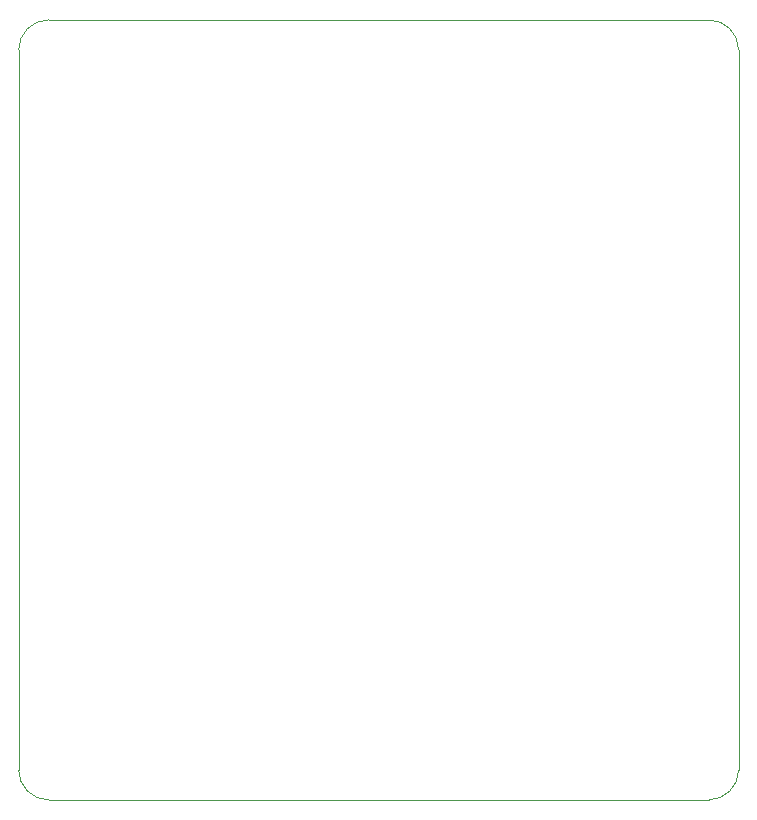
<source format=gm1>
G04 #@! TF.GenerationSoftware,KiCad,Pcbnew,(5.0.1)-3*
G04 #@! TF.CreationDate,2019-03-20T13:05:33+01:00*
G04 #@! TF.ProjectId,FeatherWing and xBee motherboard,4665617468657257696E6720616E6420,rev?*
G04 #@! TF.SameCoordinates,Original*
G04 #@! TF.FileFunction,Profile,NP*
%FSLAX46Y46*%
G04 Gerber Fmt 4.6, Leading zero omitted, Abs format (unit mm)*
G04 Created by KiCad (PCBNEW (5.0.1)-3) date 20.03.2019 13:05:33*
%MOMM*%
%LPD*%
G01*
G04 APERTURE LIST*
%ADD10C,0.100000*%
G04 APERTURE END LIST*
D10*
X145313400Y-137668000D02*
G75*
G02X142773400Y-140208000I-2540000J0D01*
G01*
X86893400Y-140208000D02*
G75*
G02X84353400Y-137668000I0J2540000D01*
G01*
X84353400Y-76708000D02*
G75*
G02X86893400Y-74168000I2540000J0D01*
G01*
X142773400Y-74168000D02*
G75*
G02X145313400Y-76708000I0J-2540000D01*
G01*
X84353400Y-137668000D02*
X84353400Y-76708000D01*
X86893400Y-74168000D02*
X142773400Y-74168000D01*
X142773400Y-140208000D02*
X86893400Y-140208000D01*
X145313400Y-76708000D02*
X145313400Y-137668000D01*
M02*

</source>
